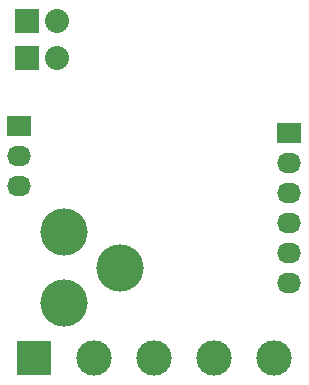
<source format=gbs>
G04 #@! TF.FileFunction,Soldermask,Bot*
%FSLAX46Y46*%
G04 Gerber Fmt 4.6, Leading zero omitted, Abs format (unit mm)*
G04 Created by KiCad (PCBNEW 0.201511091016+6303~30~ubuntu14.04.1-product) date Mon 09 Nov 2015 21:44:19 GMT*
%MOMM*%
G01*
G04 APERTURE LIST*
%ADD10C,0.100000*%
%ADD11R,3.000000X3.000000*%
%ADD12C,3.000000*%
%ADD13R,2.032000X1.727200*%
%ADD14O,2.032000X1.727200*%
%ADD15R,2.032000X2.032000*%
%ADD16O,2.032000X2.032000*%
%ADD17C,4.000000*%
G04 APERTURE END LIST*
D10*
D11*
X142240000Y-123190000D03*
D12*
X147320000Y-123190000D03*
X152400000Y-123190000D03*
X157480000Y-123190000D03*
X162560000Y-123190000D03*
D13*
X163830000Y-104140000D03*
D14*
X163830000Y-106680000D03*
X163830000Y-109220000D03*
X163830000Y-111760000D03*
X163830000Y-114300000D03*
X163830000Y-116840000D03*
D13*
X140970000Y-103505000D03*
D14*
X140970000Y-106045000D03*
X140970000Y-108585000D03*
D15*
X141605000Y-94615000D03*
D16*
X144145000Y-94615000D03*
D15*
X141605000Y-97790000D03*
D16*
X144145000Y-97790000D03*
D17*
X144780000Y-112544860D03*
X144780000Y-118544340D03*
X149479000Y-115544600D03*
M02*

</source>
